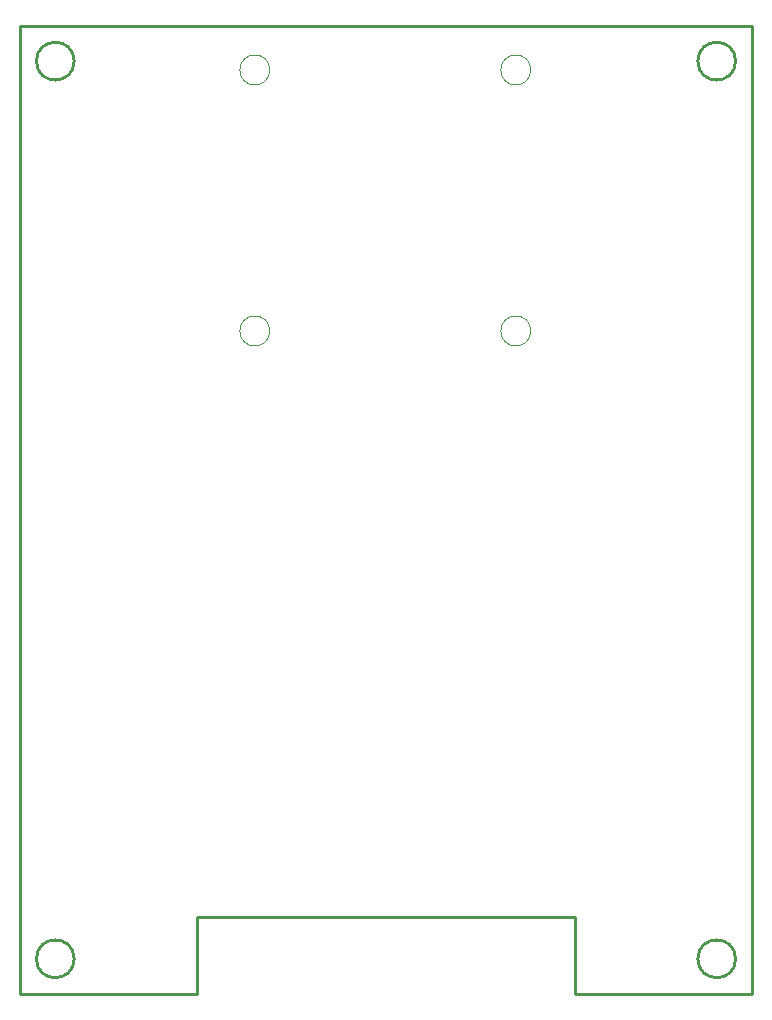
<source format=gbr>
%TF.GenerationSoftware,KiCad,Pcbnew,(7.0.0-0)*%
%TF.CreationDate,2023-11-13T22:50:32+01:00*%
%TF.ProjectId,ultimate-invitation-card,756c7469-6d61-4746-952d-696e76697461,rev?*%
%TF.SameCoordinates,Original*%
%TF.FileFunction,Profile,NP*%
%FSLAX46Y46*%
G04 Gerber Fmt 4.6, Leading zero omitted, Abs format (unit mm)*
G04 Created by KiCad (PCBNEW (7.0.0-0)) date 2023-11-13 22:50:32*
%MOMM*%
%LPD*%
G01*
G04 APERTURE LIST*
%TA.AperFunction,Profile*%
%ADD10C,0.250000*%
%TD*%
%TA.AperFunction,Profile*%
%ADD11C,0.050000*%
%TD*%
G04 APERTURE END LIST*
D10*
X162632000Y-49722000D02*
X162632000Y-131722000D01*
X105232000Y-52722000D02*
G75*
G03*
X105232000Y-52722000I-1600000J0D01*
G01*
X105232000Y-128722000D02*
G75*
G03*
X105232000Y-128722000I-1600000J0D01*
G01*
X161232000Y-52722000D02*
G75*
G03*
X161232000Y-52722000I-1600000J0D01*
G01*
X147632000Y-125222000D02*
X115632000Y-125222000D01*
X115632000Y-125222000D02*
X115632000Y-131722000D01*
X100632000Y-49722000D02*
X162632000Y-49722000D01*
X161232000Y-128722000D02*
G75*
G03*
X161232000Y-128722000I-1600000J0D01*
G01*
X147632000Y-131722000D02*
X147632000Y-125222000D01*
X100632000Y-131722000D02*
X100632000Y-49722000D01*
X115632000Y-131722000D02*
X100632000Y-131722000D01*
X162632000Y-131722000D02*
X147632000Y-131722000D01*
D11*
%TO.C,U4*%
X121793000Y-53467000D02*
G75*
G03*
X121793000Y-53467000I-1270000J0D01*
G01*
X121793000Y-75565000D02*
G75*
G03*
X121793000Y-75565000I-1270000J0D01*
G01*
X143891000Y-53467000D02*
G75*
G03*
X143891000Y-53467000I-1270000J0D01*
G01*
X143891000Y-75565000D02*
G75*
G03*
X143891000Y-75565000I-1270000J0D01*
G01*
%TD*%
M02*

</source>
